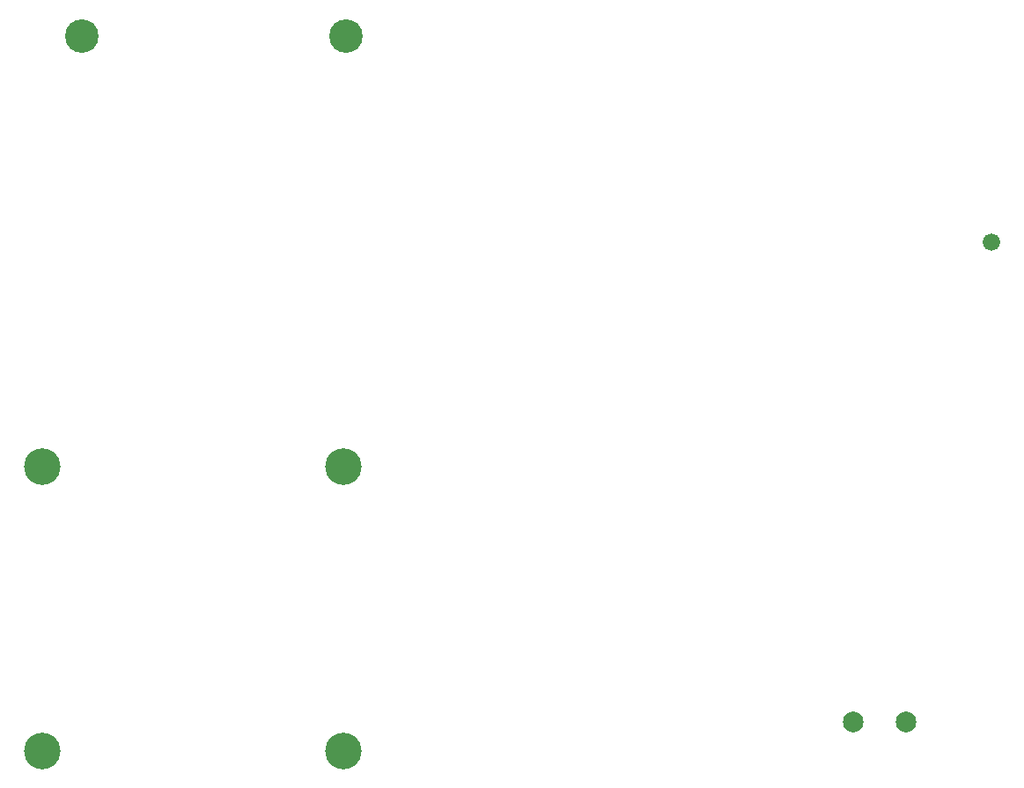
<source format=gtp>
G04 MADE WITH FRITZING*
G04 WWW.FRITZING.ORG*
G04 DOUBLE SIDED*
G04 HOLES PLATED*
G04 CONTOUR ON CENTER OF CONTOUR VECTOR*
%ASAXBY*%
%FSLAX23Y23*%
%MOIN*%
%OFA0B0*%
%SFA1.0B1.0*%
%ADD10C,0.066000*%
%ADD11C,0.078551*%
%ADD12C,0.126614*%
%ADD13C,0.138425*%
%ADD14R,0.001000X0.001000*%
%LNPASTEMASK1*%
G90*
G70*
G54D10*
X4281Y3354D03*
X4281Y3354D03*
G54D11*
X3956Y1536D03*
X3756Y1536D03*
G54D12*
X1839Y4135D03*
X839Y4135D03*
G54D13*
X1827Y2502D03*
X1827Y1427D03*
X689Y2502D03*
X689Y1427D03*
G54D14*
D02*
G04 End of PasteMask1*
M02*
</source>
